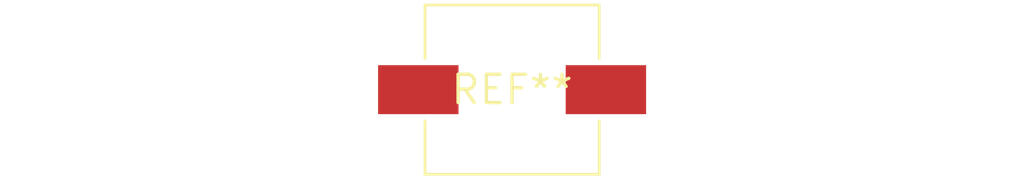
<source format=kicad_pcb>
(kicad_pcb (version 20240108) (generator pcbnew)
  (layers (0 "F.Cu" signal) (31 "B.Cu" signal) (34 "B.Paste" user) (35 "F.Paste" user) (36 "B.SilkS" user "B.Silkscreen") (37 "F.SilkS" user "F.Silkscreen") (38 "B.Mask" user) (39 "F.Mask" user) (44 "Edge.Cuts" user))
  (net 0 "")
  (footprint "L_Wuerth_WE-PD-Typ-M-Typ-S_Handsoldering" (layer "F.Cu") (at 0 0)
    (property "Reference" "REF**")
    (property "Value" "L_Wuerth_WE-PD-Typ-M-Typ-S_Handsoldering")
    (fp_line (start -3.9 -1.4) (end -3.9 -3.8) (layer "F.SilkS") (stroke (width 0.12)))
    (fp_line (start -3.9 1.4) (end -3.9 3.8) (layer "F.SilkS") (stroke (width 0.12)))
    (fp_line (start -3.9 3.8) (end 3.9 3.8) (layer "F.SilkS") (stroke (width 0.12)))
    (fp_line (start 3.9 -3.8) (end -3.9 -3.8) (layer "F.SilkS") (stroke (width 0.12)))
    (fp_line (start 3.9 -1.4) (end 3.9 -3.8) (layer "F.SilkS") (stroke (width 0.12)))
    (fp_line (start 3.9 3.8) (end 3.9 1.4) (layer "F.SilkS") (stroke (width 0.12)))
    (pad "1" smd rect (at -4.2 0) (size 3.6 2.2) (layers "F.Cu" "F.Paste" "F.Mask"))
    (pad "2" smd rect (at 4.2 0) (size 3.6 2.2) (layers "F.Cu" "F.Paste" "F.Mask"))
  )
)
</source>
